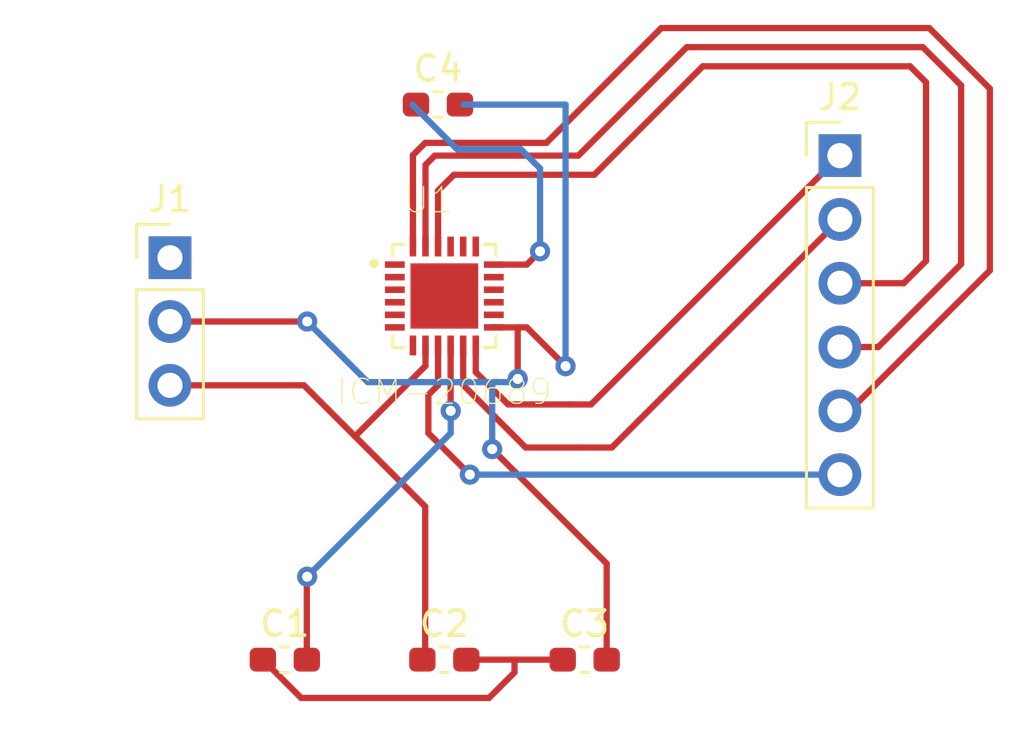
<source format=kicad_pcb>
(kicad_pcb (version 20171130) (host pcbnew "(5.0.0)")

  (general
    (thickness 1.6)
    (drawings 4)
    (tracks 93)
    (zones 0)
    (modules 7)
    (nets 11)
  )

  (page A4)
  (layers
    (0 F.Cu signal)
    (31 B.Cu signal)
    (32 B.Adhes user)
    (33 F.Adhes user)
    (34 B.Paste user)
    (35 F.Paste user)
    (36 B.SilkS user)
    (37 F.SilkS user)
    (38 B.Mask user)
    (39 F.Mask user)
    (40 Dwgs.User user)
    (41 Cmts.User user)
    (42 Eco1.User user)
    (43 Eco2.User user)
    (44 Edge.Cuts user)
    (45 Margin user)
    (46 B.CrtYd user)
    (47 F.CrtYd user)
    (48 B.Fab user)
    (49 F.Fab user)
  )

  (setup
    (last_trace_width 0.25)
    (trace_clearance 0.2)
    (zone_clearance 0.508)
    (zone_45_only no)
    (trace_min 0.2)
    (segment_width 0.2)
    (edge_width 0.15)
    (via_size 0.8)
    (via_drill 0.4)
    (via_min_size 0.4)
    (via_min_drill 0.3)
    (uvia_size 0.3)
    (uvia_drill 0.1)
    (uvias_allowed no)
    (uvia_min_size 0.2)
    (uvia_min_drill 0.1)
    (pcb_text_width 0.3)
    (pcb_text_size 1.5 1.5)
    (mod_edge_width 0.15)
    (mod_text_size 1 1)
    (mod_text_width 0.15)
    (pad_size 1.524 1.524)
    (pad_drill 0.762)
    (pad_to_mask_clearance 0.2)
    (aux_axis_origin 0 0)
    (visible_elements FFFFFF7F)
    (pcbplotparams
      (layerselection 0x010fc_ffffffff)
      (usegerberextensions false)
      (usegerberattributes false)
      (usegerberadvancedattributes false)
      (creategerberjobfile false)
      (excludeedgelayer true)
      (linewidth 0.100000)
      (plotframeref false)
      (viasonmask false)
      (mode 1)
      (useauxorigin false)
      (hpglpennumber 1)
      (hpglpenspeed 20)
      (hpglpendiameter 15.000000)
      (psnegative false)
      (psa4output false)
      (plotreference true)
      (plotvalue true)
      (plotinvisibletext false)
      (padsonsilk false)
      (subtractmaskfromsilk false)
      (outputformat 1)
      (mirror false)
      (drillshape 1)
      (scaleselection 1)
      (outputdirectory ""))
  )

  (net 0 "")
  (net 1 GND)
  (net 2 "Net-(C1-Pad2)")
  (net 3 VDDIO)
  (net 4 VDD)
  (net 5 INT)
  (net 6 FSYNC)
  (net 7 nCS)
  (net 8 SCL)
  (net 9 SDA)
  (net 10 AD0)

  (net_class Default "This is the default net class."
    (clearance 0.2)
    (trace_width 0.25)
    (via_dia 0.8)
    (via_drill 0.4)
    (uvia_dia 0.3)
    (uvia_drill 0.1)
    (add_net AD0)
    (add_net FSYNC)
    (add_net GND)
    (add_net INT)
    (add_net "Net-(C1-Pad2)")
    (add_net SCL)
    (add_net SDA)
    (add_net VDD)
    (add_net VDDIO)
    (add_net nCS)
  )

  (module Capacitor_SMD:C_0603_1608Metric_Pad1.05x0.95mm_HandSolder (layer F.Cu) (tedit 5B301BBE) (tstamp 5BE9DD5E)
    (at 138.938 83.82)
    (descr "Capacitor SMD 0603 (1608 Metric), square (rectangular) end terminal, IPC_7351 nominal with elongated pad for handsoldering. (Body size source: http://www.tortai-tech.com/upload/download/2011102023233369053.pdf), generated with kicad-footprint-generator")
    (tags "capacitor handsolder")
    (path /5BD15313)
    (attr smd)
    (fp_text reference C1 (at 0 -1.43) (layer F.SilkS)
      (effects (font (size 1 1) (thickness 0.15)))
    )
    (fp_text value 10nF (at 0 1.43) (layer F.Fab)
      (effects (font (size 1 1) (thickness 0.15)))
    )
    (fp_line (start -0.8 0.4) (end -0.8 -0.4) (layer F.Fab) (width 0.1))
    (fp_line (start -0.8 -0.4) (end 0.8 -0.4) (layer F.Fab) (width 0.1))
    (fp_line (start 0.8 -0.4) (end 0.8 0.4) (layer F.Fab) (width 0.1))
    (fp_line (start 0.8 0.4) (end -0.8 0.4) (layer F.Fab) (width 0.1))
    (fp_line (start -0.171267 -0.51) (end 0.171267 -0.51) (layer F.SilkS) (width 0.12))
    (fp_line (start -0.171267 0.51) (end 0.171267 0.51) (layer F.SilkS) (width 0.12))
    (fp_line (start -1.65 0.73) (end -1.65 -0.73) (layer F.CrtYd) (width 0.05))
    (fp_line (start -1.65 -0.73) (end 1.65 -0.73) (layer F.CrtYd) (width 0.05))
    (fp_line (start 1.65 -0.73) (end 1.65 0.73) (layer F.CrtYd) (width 0.05))
    (fp_line (start 1.65 0.73) (end -1.65 0.73) (layer F.CrtYd) (width 0.05))
    (fp_text user %R (at 0 0) (layer F.Fab)
      (effects (font (size 0.4 0.4) (thickness 0.06)))
    )
    (pad 1 smd roundrect (at -0.875 0) (size 1.05 0.95) (layers F.Cu F.Paste F.Mask) (roundrect_rratio 0.25)
      (net 1 GND))
    (pad 2 smd roundrect (at 0.875 0) (size 1.05 0.95) (layers F.Cu F.Paste F.Mask) (roundrect_rratio 0.25)
      (net 2 "Net-(C1-Pad2)"))
    (model ${KISYS3DMOD}/Capacitor_SMD.3dshapes/C_0603_1608Metric.wrl
      (at (xyz 0 0 0))
      (scale (xyz 1 1 1))
      (rotate (xyz 0 0 0))
    )
  )

  (module Capacitor_SMD:C_0603_1608Metric_Pad1.05x0.95mm_HandSolder (layer F.Cu) (tedit 5B301BBE) (tstamp 5BE9DD6F)
    (at 145.288 83.82)
    (descr "Capacitor SMD 0603 (1608 Metric), square (rectangular) end terminal, IPC_7351 nominal with elongated pad for handsoldering. (Body size source: http://www.tortai-tech.com/upload/download/2011102023233369053.pdf), generated with kicad-footprint-generator")
    (tags "capacitor handsolder")
    (path /5BD153A7)
    (attr smd)
    (fp_text reference C2 (at 0 -1.43) (layer F.SilkS)
      (effects (font (size 1 1) (thickness 0.15)))
    )
    (fp_text value 10nF (at 0 1.43) (layer F.Fab)
      (effects (font (size 1 1) (thickness 0.15)))
    )
    (fp_text user %R (at 0 0) (layer F.Fab)
      (effects (font (size 0.4 0.4) (thickness 0.06)))
    )
    (fp_line (start 1.65 0.73) (end -1.65 0.73) (layer F.CrtYd) (width 0.05))
    (fp_line (start 1.65 -0.73) (end 1.65 0.73) (layer F.CrtYd) (width 0.05))
    (fp_line (start -1.65 -0.73) (end 1.65 -0.73) (layer F.CrtYd) (width 0.05))
    (fp_line (start -1.65 0.73) (end -1.65 -0.73) (layer F.CrtYd) (width 0.05))
    (fp_line (start -0.171267 0.51) (end 0.171267 0.51) (layer F.SilkS) (width 0.12))
    (fp_line (start -0.171267 -0.51) (end 0.171267 -0.51) (layer F.SilkS) (width 0.12))
    (fp_line (start 0.8 0.4) (end -0.8 0.4) (layer F.Fab) (width 0.1))
    (fp_line (start 0.8 -0.4) (end 0.8 0.4) (layer F.Fab) (width 0.1))
    (fp_line (start -0.8 -0.4) (end 0.8 -0.4) (layer F.Fab) (width 0.1))
    (fp_line (start -0.8 0.4) (end -0.8 -0.4) (layer F.Fab) (width 0.1))
    (pad 2 smd roundrect (at 0.875 0) (size 1.05 0.95) (layers F.Cu F.Paste F.Mask) (roundrect_rratio 0.25)
      (net 1 GND))
    (pad 1 smd roundrect (at -0.875 0) (size 1.05 0.95) (layers F.Cu F.Paste F.Mask) (roundrect_rratio 0.25)
      (net 3 VDDIO))
    (model ${KISYS3DMOD}/Capacitor_SMD.3dshapes/C_0603_1608Metric.wrl
      (at (xyz 0 0 0))
      (scale (xyz 1 1 1))
      (rotate (xyz 0 0 0))
    )
  )

  (module Capacitor_SMD:C_0603_1608Metric_Pad1.05x0.95mm_HandSolder (layer F.Cu) (tedit 5B301BBE) (tstamp 5BE9DD80)
    (at 150.876 83.82)
    (descr "Capacitor SMD 0603 (1608 Metric), square (rectangular) end terminal, IPC_7351 nominal with elongated pad for handsoldering. (Body size source: http://www.tortai-tech.com/upload/download/2011102023233369053.pdf), generated with kicad-footprint-generator")
    (tags "capacitor handsolder")
    (path /5BD153CB)
    (attr smd)
    (fp_text reference C3 (at 0 -1.43) (layer F.SilkS)
      (effects (font (size 1 1) (thickness 0.15)))
    )
    (fp_text value 2.2uF (at 0 1.43) (layer F.Fab)
      (effects (font (size 1 1) (thickness 0.15)))
    )
    (fp_line (start -0.8 0.4) (end -0.8 -0.4) (layer F.Fab) (width 0.1))
    (fp_line (start -0.8 -0.4) (end 0.8 -0.4) (layer F.Fab) (width 0.1))
    (fp_line (start 0.8 -0.4) (end 0.8 0.4) (layer F.Fab) (width 0.1))
    (fp_line (start 0.8 0.4) (end -0.8 0.4) (layer F.Fab) (width 0.1))
    (fp_line (start -0.171267 -0.51) (end 0.171267 -0.51) (layer F.SilkS) (width 0.12))
    (fp_line (start -0.171267 0.51) (end 0.171267 0.51) (layer F.SilkS) (width 0.12))
    (fp_line (start -1.65 0.73) (end -1.65 -0.73) (layer F.CrtYd) (width 0.05))
    (fp_line (start -1.65 -0.73) (end 1.65 -0.73) (layer F.CrtYd) (width 0.05))
    (fp_line (start 1.65 -0.73) (end 1.65 0.73) (layer F.CrtYd) (width 0.05))
    (fp_line (start 1.65 0.73) (end -1.65 0.73) (layer F.CrtYd) (width 0.05))
    (fp_text user %R (at 0 0) (layer F.Fab)
      (effects (font (size 0.4 0.4) (thickness 0.06)))
    )
    (pad 1 smd roundrect (at -0.875 0) (size 1.05 0.95) (layers F.Cu F.Paste F.Mask) (roundrect_rratio 0.25)
      (net 1 GND))
    (pad 2 smd roundrect (at 0.875 0) (size 1.05 0.95) (layers F.Cu F.Paste F.Mask) (roundrect_rratio 0.25)
      (net 4 VDD))
    (model ${KISYS3DMOD}/Capacitor_SMD.3dshapes/C_0603_1608Metric.wrl
      (at (xyz 0 0 0))
      (scale (xyz 1 1 1))
      (rotate (xyz 0 0 0))
    )
  )

  (module Capacitor_SMD:C_0603_1608Metric_Pad1.05x0.95mm_HandSolder (layer F.Cu) (tedit 5B301BBE) (tstamp 5BE9DD91)
    (at 145.034 61.722)
    (descr "Capacitor SMD 0603 (1608 Metric), square (rectangular) end terminal, IPC_7351 nominal with elongated pad for handsoldering. (Body size source: http://www.tortai-tech.com/upload/download/2011102023233369053.pdf), generated with kicad-footprint-generator")
    (tags "capacitor handsolder")
    (path /5BD1540B)
    (attr smd)
    (fp_text reference C4 (at 0 -1.43) (layer F.SilkS)
      (effects (font (size 1 1) (thickness 0.15)))
    )
    (fp_text value CAP (at 0 1.43) (layer F.Fab)
      (effects (font (size 1 1) (thickness 0.15)))
    )
    (fp_text user %R (at 0 0) (layer F.Fab)
      (effects (font (size 0.4 0.4) (thickness 0.06)))
    )
    (fp_line (start 1.65 0.73) (end -1.65 0.73) (layer F.CrtYd) (width 0.05))
    (fp_line (start 1.65 -0.73) (end 1.65 0.73) (layer F.CrtYd) (width 0.05))
    (fp_line (start -1.65 -0.73) (end 1.65 -0.73) (layer F.CrtYd) (width 0.05))
    (fp_line (start -1.65 0.73) (end -1.65 -0.73) (layer F.CrtYd) (width 0.05))
    (fp_line (start -0.171267 0.51) (end 0.171267 0.51) (layer F.SilkS) (width 0.12))
    (fp_line (start -0.171267 -0.51) (end 0.171267 -0.51) (layer F.SilkS) (width 0.12))
    (fp_line (start 0.8 0.4) (end -0.8 0.4) (layer F.Fab) (width 0.1))
    (fp_line (start 0.8 -0.4) (end 0.8 0.4) (layer F.Fab) (width 0.1))
    (fp_line (start -0.8 -0.4) (end 0.8 -0.4) (layer F.Fab) (width 0.1))
    (fp_line (start -0.8 0.4) (end -0.8 -0.4) (layer F.Fab) (width 0.1))
    (pad 2 smd roundrect (at 0.875 0) (size 1.05 0.95) (layers F.Cu F.Paste F.Mask) (roundrect_rratio 0.25)
      (net 4 VDD))
    (pad 1 smd roundrect (at -0.875 0) (size 1.05 0.95) (layers F.Cu F.Paste F.Mask) (roundrect_rratio 0.25)
      (net 1 GND))
    (model ${KISYS3DMOD}/Capacitor_SMD.3dshapes/C_0603_1608Metric.wrl
      (at (xyz 0 0 0))
      (scale (xyz 1 1 1))
      (rotate (xyz 0 0 0))
    )
  )

  (module Connector_PinHeader_2.54mm:PinHeader_1x03_P2.54mm_Vertical (layer F.Cu) (tedit 59FED5CC) (tstamp 5BE9DDA8)
    (at 134.366 67.818)
    (descr "Through hole straight pin header, 1x03, 2.54mm pitch, single row")
    (tags "Through hole pin header THT 1x03 2.54mm single row")
    (path /5BD17662)
    (fp_text reference J1 (at 0 -2.33) (layer F.SilkS)
      (effects (font (size 1 1) (thickness 0.15)))
    )
    (fp_text value Conn_01x03_Male (at 0 7.41) (layer F.Fab)
      (effects (font (size 1 1) (thickness 0.15)))
    )
    (fp_line (start -0.635 -1.27) (end 1.27 -1.27) (layer F.Fab) (width 0.1))
    (fp_line (start 1.27 -1.27) (end 1.27 6.35) (layer F.Fab) (width 0.1))
    (fp_line (start 1.27 6.35) (end -1.27 6.35) (layer F.Fab) (width 0.1))
    (fp_line (start -1.27 6.35) (end -1.27 -0.635) (layer F.Fab) (width 0.1))
    (fp_line (start -1.27 -0.635) (end -0.635 -1.27) (layer F.Fab) (width 0.1))
    (fp_line (start -1.33 6.41) (end 1.33 6.41) (layer F.SilkS) (width 0.12))
    (fp_line (start -1.33 1.27) (end -1.33 6.41) (layer F.SilkS) (width 0.12))
    (fp_line (start 1.33 1.27) (end 1.33 6.41) (layer F.SilkS) (width 0.12))
    (fp_line (start -1.33 1.27) (end 1.33 1.27) (layer F.SilkS) (width 0.12))
    (fp_line (start -1.33 0) (end -1.33 -1.33) (layer F.SilkS) (width 0.12))
    (fp_line (start -1.33 -1.33) (end 0 -1.33) (layer F.SilkS) (width 0.12))
    (fp_line (start -1.8 -1.8) (end -1.8 6.85) (layer F.CrtYd) (width 0.05))
    (fp_line (start -1.8 6.85) (end 1.8 6.85) (layer F.CrtYd) (width 0.05))
    (fp_line (start 1.8 6.85) (end 1.8 -1.8) (layer F.CrtYd) (width 0.05))
    (fp_line (start 1.8 -1.8) (end -1.8 -1.8) (layer F.CrtYd) (width 0.05))
    (fp_text user %R (at 0 2.54 90) (layer F.Fab)
      (effects (font (size 1 1) (thickness 0.15)))
    )
    (pad 1 thru_hole rect (at 0 0) (size 1.7 1.7) (drill 1) (layers *.Cu *.Mask)
      (net 1 GND))
    (pad 2 thru_hole oval (at 0 2.54) (size 1.7 1.7) (drill 1) (layers *.Cu *.Mask)
      (net 4 VDD))
    (pad 3 thru_hole oval (at 0 5.08) (size 1.7 1.7) (drill 1) (layers *.Cu *.Mask)
      (net 3 VDDIO))
    (model ${KISYS3DMOD}/Connector_PinHeader_2.54mm.3dshapes/PinHeader_1x03_P2.54mm_Vertical.wrl
      (at (xyz 0 0 0))
      (scale (xyz 1 1 1))
      (rotate (xyz 0 0 0))
    )
  )

  (module Connector_PinHeader_2.54mm:PinHeader_1x06_P2.54mm_Vertical (layer F.Cu) (tedit 59FED5CC) (tstamp 5BE9DDC2)
    (at 161.036 63.754)
    (descr "Through hole straight pin header, 1x06, 2.54mm pitch, single row")
    (tags "Through hole pin header THT 1x06 2.54mm single row")
    (path /5BD1776D)
    (fp_text reference J2 (at 0 -2.33) (layer F.SilkS)
      (effects (font (size 1 1) (thickness 0.15)))
    )
    (fp_text value Conn_01x06_Male (at 0 15.03) (layer F.Fab)
      (effects (font (size 1 1) (thickness 0.15)))
    )
    (fp_line (start -0.635 -1.27) (end 1.27 -1.27) (layer F.Fab) (width 0.1))
    (fp_line (start 1.27 -1.27) (end 1.27 13.97) (layer F.Fab) (width 0.1))
    (fp_line (start 1.27 13.97) (end -1.27 13.97) (layer F.Fab) (width 0.1))
    (fp_line (start -1.27 13.97) (end -1.27 -0.635) (layer F.Fab) (width 0.1))
    (fp_line (start -1.27 -0.635) (end -0.635 -1.27) (layer F.Fab) (width 0.1))
    (fp_line (start -1.33 14.03) (end 1.33 14.03) (layer F.SilkS) (width 0.12))
    (fp_line (start -1.33 1.27) (end -1.33 14.03) (layer F.SilkS) (width 0.12))
    (fp_line (start 1.33 1.27) (end 1.33 14.03) (layer F.SilkS) (width 0.12))
    (fp_line (start -1.33 1.27) (end 1.33 1.27) (layer F.SilkS) (width 0.12))
    (fp_line (start -1.33 0) (end -1.33 -1.33) (layer F.SilkS) (width 0.12))
    (fp_line (start -1.33 -1.33) (end 0 -1.33) (layer F.SilkS) (width 0.12))
    (fp_line (start -1.8 -1.8) (end -1.8 14.5) (layer F.CrtYd) (width 0.05))
    (fp_line (start -1.8 14.5) (end 1.8 14.5) (layer F.CrtYd) (width 0.05))
    (fp_line (start 1.8 14.5) (end 1.8 -1.8) (layer F.CrtYd) (width 0.05))
    (fp_line (start 1.8 -1.8) (end -1.8 -1.8) (layer F.CrtYd) (width 0.05))
    (fp_text user %R (at 0 6.35 90) (layer F.Fab)
      (effects (font (size 1 1) (thickness 0.15)))
    )
    (pad 1 thru_hole rect (at 0 0) (size 1.7 1.7) (drill 1) (layers *.Cu *.Mask)
      (net 5 INT))
    (pad 2 thru_hole oval (at 0 2.54) (size 1.7 1.7) (drill 1) (layers *.Cu *.Mask)
      (net 6 FSYNC))
    (pad 3 thru_hole oval (at 0 5.08) (size 1.7 1.7) (drill 1) (layers *.Cu *.Mask)
      (net 7 nCS))
    (pad 4 thru_hole oval (at 0 7.62) (size 1.7 1.7) (drill 1) (layers *.Cu *.Mask)
      (net 8 SCL))
    (pad 5 thru_hole oval (at 0 10.16) (size 1.7 1.7) (drill 1) (layers *.Cu *.Mask)
      (net 9 SDA))
    (pad 6 thru_hole oval (at 0 12.7) (size 1.7 1.7) (drill 1) (layers *.Cu *.Mask)
      (net 10 AD0))
    (model ${KISYS3DMOD}/Connector_PinHeader_2.54mm.3dshapes/PinHeader_1x06_P2.54mm_Vertical.wrl
      (at (xyz 0 0 0))
      (scale (xyz 1 1 1))
      (rotate (xyz 0 0 0))
    )
  )

  (module QFN50P400X400X95-25N (layer F.Cu) (tedit 0) (tstamp 5BE9DDF5)
    (at 145.288 69.342)
    (path /5BD15253)
    (attr smd)
    (fp_text reference U1 (at -0.63608 -3.81643) (layer F.SilkS)
      (effects (font (size 1.00169 1.00169) (thickness 0.05)))
    )
    (fp_text value ICM-20689 (at -0.000015 3.8119) (layer F.SilkS)
      (effects (font (size 1.0005 1.0005) (thickness 0.05)))
    )
    (fp_poly (pts (xy -1.0912 -1.04) (xy -0.13 -1.04) (xy -0.13 -0.130143) (xy -1.0912 -0.130143)) (layer F.Paste) (width 0))
    (fp_poly (pts (xy 0.130163 -1.04) (xy 1.09 -1.04) (xy 1.09 -0.130163) (xy 0.130163 -0.130163)) (layer F.Paste) (width 0))
    (fp_poly (pts (xy 0.130019 0.13) (xy 1.09 0.13) (xy 1.09 1.04016) (xy 0.130019 1.04016)) (layer F.Paste) (width 0))
    (fp_poly (pts (xy -1.09118 0.13) (xy -0.13 0.13) (xy -0.13 1.04113) (xy -1.09118 1.04113)) (layer F.Paste) (width 0))
    (fp_line (start -2.05 -2.05) (end 2.05 -2.05) (layer Dwgs.User) (width 0.127))
    (fp_line (start 2.05 -2.05) (end 2.05 2.05) (layer Dwgs.User) (width 0.127))
    (fp_line (start 2.05 2.05) (end -2.05 2.05) (layer Dwgs.User) (width 0.127))
    (fp_line (start -2.05 2.05) (end -2.05 -2.05) (layer Dwgs.User) (width 0.127))
    (fp_line (start -1.6 -2.05) (end -2.05 -2.05) (layer F.SilkS) (width 0.127))
    (fp_line (start -2.05 -2.05) (end -2.05 -1.6) (layer F.SilkS) (width 0.127))
    (fp_line (start 2.05 -2.05) (end 1.6 -2.05) (layer F.SilkS) (width 0.127))
    (fp_line (start 2.05 -2.05) (end 2.05 -1.6) (layer F.SilkS) (width 0.127))
    (fp_line (start 2.05 2.05) (end 1.6 2.05) (layer F.SilkS) (width 0.127))
    (fp_line (start 2.05 1.6) (end 2.05 2.05) (layer F.SilkS) (width 0.127))
    (fp_line (start -2.05 1.6) (end -2.05 2.05) (layer F.SilkS) (width 0.127))
    (fp_line (start -1.6 2.05) (end -2.05 2.05) (layer F.SilkS) (width 0.127))
    (fp_circle (center -2.8 -1.3) (end -2.7 -1.3) (layer F.SilkS) (width 0.2))
    (fp_circle (center -1.6 -1.6) (end -1.5 -1.6) (layer Dwgs.User) (width 0.2))
    (fp_line (start -2.62 -2.62) (end 2.62 -2.62) (layer Eco1.User) (width 0.05))
    (fp_line (start 2.62 -2.62) (end 2.62 2.62) (layer Eco1.User) (width 0.05))
    (fp_line (start 2.62 2.62) (end -2.62 2.62) (layer Eco1.User) (width 0.05))
    (fp_line (start -2.62 2.62) (end -2.62 -2.62) (layer Eco1.User) (width 0.05))
    (pad 1 smd rect (at -1.97 -1.25) (size 0.79 0.26) (layers F.Cu F.Paste F.Mask))
    (pad 2 smd rect (at -1.97 -0.75) (size 0.79 0.26) (layers F.Cu F.Paste F.Mask))
    (pad 3 smd rect (at -1.97 -0.25) (size 0.79 0.26) (layers F.Cu F.Paste F.Mask))
    (pad 4 smd rect (at -1.97 0.25) (size 0.79 0.26) (layers F.Cu F.Paste F.Mask))
    (pad 5 smd rect (at -1.97 0.75) (size 0.79 0.26) (layers F.Cu F.Paste F.Mask))
    (pad 6 smd rect (at -1.97 1.25) (size 0.79 0.26) (layers F.Cu F.Paste F.Mask))
    (pad 7 smd rect (at -1.25 1.97 90) (size 0.79 0.26) (layers F.Cu F.Paste F.Mask))
    (pad 8 smd rect (at -0.75 1.97 90) (size 0.79 0.26) (layers F.Cu F.Paste F.Mask)
      (net 3 VDDIO))
    (pad 9 smd rect (at -0.25 1.97 90) (size 0.79 0.26) (layers F.Cu F.Paste F.Mask)
      (net 10 AD0))
    (pad 10 smd rect (at 0.25 1.97 90) (size 0.79 0.26) (layers F.Cu F.Paste F.Mask)
      (net 2 "Net-(C1-Pad2)"))
    (pad 11 smd rect (at 0.75 1.97 90) (size 0.79 0.26) (layers F.Cu F.Paste F.Mask)
      (net 6 FSYNC))
    (pad 12 smd rect (at 1.25 1.97 90) (size 0.79 0.26) (layers F.Cu F.Paste F.Mask)
      (net 5 INT))
    (pad 13 smd rect (at 1.97 1.25 180) (size 0.79 0.26) (layers F.Cu F.Paste F.Mask)
      (net 4 VDD))
    (pad 14 smd rect (at 1.97 0.75 180) (size 0.79 0.26) (layers F.Cu F.Paste F.Mask))
    (pad 15 smd rect (at 1.97 0.25 180) (size 0.79 0.26) (layers F.Cu F.Paste F.Mask))
    (pad 16 smd rect (at 1.97 -0.25 180) (size 0.79 0.26) (layers F.Cu F.Paste F.Mask))
    (pad 17 smd rect (at 1.97 -0.75 180) (size 0.79 0.26) (layers F.Cu F.Paste F.Mask))
    (pad 18 smd rect (at 1.97 -1.25 180) (size 0.79 0.26) (layers F.Cu F.Paste F.Mask)
      (net 1 GND))
    (pad 19 smd rect (at 1.25 -1.97 270) (size 0.79 0.26) (layers F.Cu F.Paste F.Mask))
    (pad 20 smd rect (at 0.75 -1.97 270) (size 0.79 0.26) (layers F.Cu F.Paste F.Mask))
    (pad 21 smd rect (at 0.25 -1.97 270) (size 0.79 0.26) (layers F.Cu F.Paste F.Mask))
    (pad 22 smd rect (at -0.25 -1.97 270) (size 0.79 0.26) (layers F.Cu F.Paste F.Mask)
      (net 7 nCS))
    (pad 23 smd rect (at -0.75 -1.97 270) (size 0.79 0.26) (layers F.Cu F.Paste F.Mask)
      (net 8 SCL))
    (pad 24 smd rect (at -1.25 -1.97 270) (size 0.79 0.26) (layers F.Cu F.Paste F.Mask)
      (net 9 SDA))
    (pad 25 smd rect (at 0 0) (size 2.7 2.6) (layers F.Cu F.Paste F.Mask)
      (net 1 GND))
  )

  (gr_line (start 131.445 86.868) (end 168.275 86.868) (angle 90) (layer F.Mask) (width 0.2))
  (gr_line (start 131.445 57.658) (end 131.445 86.868) (angle 90) (layer F.Mask) (width 0.2))
  (gr_line (start 168.275 57.658) (end 131.445 57.658) (angle 90) (layer F.Mask) (width 0.2))
  (gr_line (start 168.275 86.868) (end 168.275 57.658) (angle 90) (layer F.Mask) (width 0.2))

  (segment (start 147.258 68.092) (end 148.57 68.092) (width 0.25) (layer F.Cu) (net 1) (status 400000))
  (segment (start 145.796 63.5) (end 144.018 61.722) (width 0.25) (layer B.Cu) (net 1) (tstamp 5BEA15B6))
  (segment (start 148.336 63.5) (end 145.796 63.5) (width 0.25) (layer B.Cu) (net 1) (tstamp 5BEA15B5))
  (segment (start 149.098 64.262) (end 148.336 63.5) (width 0.25) (layer B.Cu) (net 1) (tstamp 5BEA15B4))
  (segment (start 149.098 67.564) (end 149.098 64.262) (width 0.25) (layer B.Cu) (net 1) (tstamp 5BEA15B3))
  (via (at 149.098 67.564) (size 0.8) (drill 0.4) (layers F.Cu B.Cu) (net 1))
  (segment (start 148.57 68.092) (end 149.098 67.564) (width 0.25) (layer F.Cu) (net 1) (tstamp 5BEA15B0))
  (segment (start 150.001 83.82) (end 148.082 83.82) (width 0.25) (layer F.Cu) (net 1) (status 400000))
  (segment (start 148.082 83.82) (end 146.163 83.82) (width 0.25) (layer F.Cu) (net 1) (tstamp 5BEA1601) (status 800000))
  (segment (start 148.082 83.82) (end 148.082 84.328) (width 0.25) (layer F.Cu) (net 1))
  (segment (start 139.587 85.344) (end 138.063 83.82) (width 0.25) (layer F.Cu) (net 1) (tstamp 5BEA160F) (status 800000))
  (segment (start 147.066 85.344) (end 139.587 85.344) (width 0.25) (layer F.Cu) (net 1) (tstamp 5BEA160D))
  (segment (start 148.082 84.328) (end 147.066 85.344) (width 0.25) (layer F.Cu) (net 1) (tstamp 5BEA160C))
  (segment (start 139.813 83.82) (end 139.813 80.532) (width 0.25) (layer F.Cu) (net 2) (status 400000))
  (segment (start 145.538 73.91) (end 145.538 71.312) (width 0.25) (layer F.Cu) (net 2) (tstamp 5BEA1629) (status 800000))
  (segment (start 145.542 73.914) (end 145.538 73.91) (width 0.25) (layer F.Cu) (net 2) (tstamp 5BEA1628))
  (via (at 145.542 73.914) (size 0.8) (drill 0.4) (layers F.Cu B.Cu) (net 2))
  (segment (start 145.542 74.803) (end 145.542 73.914) (width 0.25) (layer B.Cu) (net 2) (tstamp 5BEA1626))
  (segment (start 139.827 80.518) (end 145.542 74.803) (width 0.25) (layer B.Cu) (net 2) (tstamp 5BEA1625))
  (via (at 139.827 80.518) (size 0.8) (drill 0.4) (layers F.Cu B.Cu) (net 2))
  (segment (start 139.813 80.532) (end 139.827 80.518) (width 0.25) (layer F.Cu) (net 2) (tstamp 5BEA1623))
  (segment (start 134.366 72.898) (end 139.7 72.898) (width 0.25) (layer F.Cu) (net 3) (status 400000))
  (segment (start 144.526 77.724) (end 144.526 77.978) (width 0.25) (layer F.Cu) (net 3))
  (segment (start 139.7 72.898) (end 141.732 74.93) (width 0.25) (layer F.Cu) (net 3) (tstamp 5BEA15C7))
  (segment (start 141.732 74.93) (end 144.526 77.724) (width 0.25) (layer F.Cu) (net 3) (tstamp 5BEA1728))
  (segment (start 144.526 77.978) (end 144.526 83.707) (width 0.25) (layer F.Cu) (net 3) (tstamp 5BEA15CE) (status 800000))
  (segment (start 144.526 83.707) (end 144.413 83.82) (width 0.25) (layer F.Cu) (net 3) (tstamp 5BEA15CB) (status C00000))
  (segment (start 144.538 71.312) (end 144.538 72.124) (width 0.25) (layer F.Cu) (net 3) (status 400000))
  (segment (start 144.538 72.124) (end 141.732 74.93) (width 0.25) (layer F.Cu) (net 3) (tstamp 5BEA1725))
  (segment (start 147.258 70.592) (end 148.209 70.592) (width 0.25) (layer F.Cu) (net 4) (status 400000))
  (segment (start 148.209 70.592) (end 148.463 70.592) (width 0.25) (layer F.Cu) (net 4) (tstamp 5BEA1644))
  (segment (start 148.463 70.592) (end 148.57 70.592) (width 0.25) (layer F.Cu) (net 4) (tstamp 5BEA1636))
  (segment (start 150.114 61.722) (end 146.05 61.722) (width 0.25) (layer B.Cu) (net 4) (tstamp 5BEA1534))
  (segment (start 150.114 72.136) (end 150.114 61.722) (width 0.25) (layer B.Cu) (net 4) (tstamp 5BEA1533))
  (via (at 150.114 72.136) (size 0.8) (drill 0.4) (layers F.Cu B.Cu) (net 4))
  (segment (start 148.57 70.592) (end 150.114 72.136) (width 0.25) (layer F.Cu) (net 4) (tstamp 5BEA1530))
  (segment (start 148.209 70.592) (end 148.209 72.644) (width 0.25) (layer F.Cu) (net 4))
  (via (at 148.209 72.644) (size 0.8) (drill 0.4) (layers F.Cu B.Cu) (net 4))
  (segment (start 148.209 72.644) (end 148.082 72.771) (width 0.25) (layer B.Cu) (net 4) (tstamp 5BEA1648))
  (segment (start 148.082 72.771) (end 147.193 72.771) (width 0.25) (layer B.Cu) (net 4) (tstamp 5BEA1649))
  (segment (start 151.751 83.82) (end 151.751 79.996) (width 0.25) (layer F.Cu) (net 4) (status 400000))
  (segment (start 151.751 79.996) (end 147.193 75.438) (width 0.25) (layer F.Cu) (net 4) (tstamp 5BEA1653))
  (via (at 147.193 75.438) (size 0.8) (drill 0.4) (layers F.Cu B.Cu) (net 4))
  (segment (start 147.193 75.438) (end 147.193 72.898) (width 0.25) (layer B.Cu) (net 4) (tstamp 5BEA1656))
  (segment (start 147.193 72.771) (end 147.193 72.898) (width 0.25) (layer B.Cu) (net 4))
  (segment (start 147.193 72.771) (end 142.24 72.771) (width 0.25) (layer B.Cu) (net 4))
  (segment (start 139.827 70.358) (end 134.366 70.358) (width 0.25) (layer F.Cu) (net 4) (tstamp 5BEA16E4) (status 800000))
  (via (at 139.827 70.358) (size 0.8) (drill 0.4) (layers F.Cu B.Cu) (net 4))
  (segment (start 142.24 72.771) (end 139.827 70.358) (width 0.25) (layer B.Cu) (net 4) (tstamp 5BEA16E1))
  (segment (start 146.538 71.312) (end 146.538 72.37) (width 0.25) (layer F.Cu) (net 5) (status 400000))
  (segment (start 151.13 73.66) (end 161.036 63.754) (width 0.25) (layer F.Cu) (net 5) (tstamp 5BEA1681) (status 800000))
  (segment (start 150.241 73.66) (end 151.13 73.66) (width 0.25) (layer F.Cu) (net 5))
  (segment (start 146.538 72.37) (end 147.828 73.66) (width 0.25) (layer F.Cu) (net 5) (tstamp 5BEA167B))
  (segment (start 147.828 73.66) (end 150.241 73.66) (width 0.25) (layer F.Cu) (net 5) (tstamp 5BEA167D))
  (segment (start 146.038 71.312) (end 146.038 72.886) (width 0.25) (layer F.Cu) (net 6) (status 400000))
  (segment (start 146.038 72.886) (end 148.5265 75.3745) (width 0.25) (layer F.Cu) (net 6) (tstamp 5BEA1684))
  (segment (start 148.5265 75.3745) (end 150.749 75.3745) (width 0.25) (layer F.Cu) (net 6))
  (segment (start 153.035 74.295) (end 161.036 66.294) (width 0.25) (layer F.Cu) (net 6) (tstamp 5BEA169D) (status 800000))
  (segment (start 150.749 75.3745) (end 151.9555 75.3745) (width 0.25) (layer F.Cu) (net 6))
  (segment (start 151.9555 75.3745) (end 153.035 74.295) (width 0.25) (layer F.Cu) (net 6) (tstamp 5BEA169A))
  (segment (start 161.036 68.834) (end 163.576 68.834) (width 0.25) (layer F.Cu) (net 7) (status 400000))
  (segment (start 145.038 65.147) (end 145.038 67.372) (width 0.25) (layer F.Cu) (net 7) (tstamp 5BEA16AC) (status 800000))
  (segment (start 145.669 64.516) (end 145.038 65.147) (width 0.25) (layer F.Cu) (net 7) (tstamp 5BEA16AB))
  (segment (start 151.257 64.516) (end 145.669 64.516) (width 0.25) (layer F.Cu) (net 7) (tstamp 5BEA16A9))
  (segment (start 155.575 60.198) (end 151.257 64.516) (width 0.25) (layer F.Cu) (net 7) (tstamp 5BEA16A7))
  (segment (start 163.83 60.198) (end 155.575 60.198) (width 0.25) (layer F.Cu) (net 7) (tstamp 5BEA16A6))
  (segment (start 164.465 60.833) (end 163.83 60.198) (width 0.25) (layer F.Cu) (net 7) (tstamp 5BEA16A4))
  (segment (start 164.465 67.945) (end 164.465 60.833) (width 0.25) (layer F.Cu) (net 7) (tstamp 5BEA16A3))
  (segment (start 163.576 68.834) (end 164.465 67.945) (width 0.25) (layer F.Cu) (net 7) (tstamp 5BEA16A2))
  (segment (start 161.036 71.374) (end 162.56 71.374) (width 0.25) (layer F.Cu) (net 8) (status 400000))
  (segment (start 144.538 64.123) (end 144.538 67.372) (width 0.25) (layer F.Cu) (net 8) (tstamp 5BEA16BC) (status 800000))
  (segment (start 144.907 63.754) (end 144.538 64.123) (width 0.25) (layer F.Cu) (net 8) (tstamp 5BEA16BB))
  (segment (start 150.622 63.754) (end 144.907 63.754) (width 0.25) (layer F.Cu) (net 8) (tstamp 5BEA16B9))
  (segment (start 154.94 59.436) (end 150.622 63.754) (width 0.25) (layer F.Cu) (net 8) (tstamp 5BEA16B7))
  (segment (start 164.338 59.436) (end 154.94 59.436) (width 0.25) (layer F.Cu) (net 8) (tstamp 5BEA16B5))
  (segment (start 165.862 60.96) (end 164.338 59.436) (width 0.25) (layer F.Cu) (net 8) (tstamp 5BEA16B3))
  (segment (start 165.862 68.072) (end 165.862 60.96) (width 0.25) (layer F.Cu) (net 8) (tstamp 5BEA16B1))
  (segment (start 162.56 71.374) (end 165.862 68.072) (width 0.25) (layer F.Cu) (net 8) (tstamp 5BEA16AF))
  (segment (start 161.036 73.914) (end 161.417 73.914) (width 0.25) (layer F.Cu) (net 9) (status C00000))
  (segment (start 144.038 63.734) (end 144.038 67.372) (width 0.25) (layer F.Cu) (net 9) (tstamp 5BEA16CB) (status 800000))
  (segment (start 144.526 63.246) (end 144.038 63.734) (width 0.25) (layer F.Cu) (net 9) (tstamp 5BEA16CA))
  (segment (start 149.352 63.246) (end 144.526 63.246) (width 0.25) (layer F.Cu) (net 9) (tstamp 5BEA16C8))
  (segment (start 153.924 58.674) (end 149.352 63.246) (width 0.25) (layer F.Cu) (net 9) (tstamp 5BEA16C6))
  (segment (start 164.592 58.674) (end 153.924 58.674) (width 0.25) (layer F.Cu) (net 9) (tstamp 5BEA16C4))
  (segment (start 167.005 61.087) (end 164.592 58.674) (width 0.25) (layer F.Cu) (net 9) (tstamp 5BEA16C2))
  (segment (start 167.005 68.326) (end 167.005 61.087) (width 0.25) (layer F.Cu) (net 9) (tstamp 5BEA16C0))
  (segment (start 161.417 73.914) (end 167.005 68.326) (width 0.25) (layer F.Cu) (net 9) (tstamp 5BEA16BF) (status 400000))
  (segment (start 145.038 71.312) (end 145.038 72.894) (width 0.25) (layer F.Cu) (net 10) (status 400000))
  (segment (start 146.304 76.454) (end 161.036 76.454) (width 0.25) (layer B.Cu) (net 10) (tstamp 5BEA16EE) (status 800000))
  (via (at 146.304 76.454) (size 0.8) (drill 0.4) (layers F.Cu B.Cu) (net 10))
  (segment (start 144.653 74.803) (end 146.304 76.454) (width 0.25) (layer F.Cu) (net 10) (tstamp 5BEA16EB))
  (segment (start 144.653 73.279) (end 144.653 74.803) (width 0.25) (layer F.Cu) (net 10) (tstamp 5BEA16EA))
  (segment (start 145.038 72.894) (end 144.653 73.279) (width 0.25) (layer F.Cu) (net 10) (tstamp 5BEA16E8))

)

</source>
